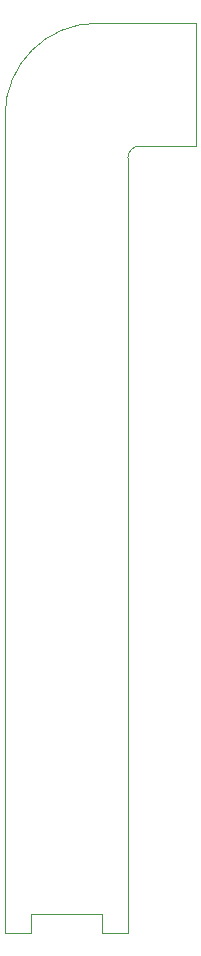
<source format=gm1>
%TF.GenerationSoftware,KiCad,Pcbnew,9.0.3*%
%TF.CreationDate,2025-08-12T18:06:53+03:00*%
%TF.ProjectId,USBC_extender,55534243-5f65-4787-9465-6e6465722e6b,rev?*%
%TF.SameCoordinates,Original*%
%TF.FileFunction,Profile,NP*%
%FSLAX46Y46*%
G04 Gerber Fmt 4.6, Leading zero omitted, Abs format (unit mm)*
G04 Created by KiCad (PCBNEW 9.0.3) date 2025-08-12 18:06:53*
%MOMM*%
%LPD*%
G01*
G04 APERTURE LIST*
%TA.AperFunction,Profile*%
%ADD10C,0.050000*%
%TD*%
%TA.AperFunction,Profile*%
%ADD11C,0.010000*%
%TD*%
G04 APERTURE END LIST*
D10*
X82070000Y-74800000D02*
X82070000Y-85200000D01*
X65910000Y-93870000D02*
X65910000Y-151830000D01*
X82070000Y-74800000D02*
X73710000Y-74800000D01*
X76310000Y-86200000D02*
G75*
G02*
X77310000Y-85200000I1000000J0D01*
G01*
X77310000Y-85200000D02*
X82070000Y-85200000D01*
X65910000Y-82600000D02*
G75*
G02*
X73710000Y-74800000I7800000J0D01*
G01*
X76310000Y-151830000D02*
X76310000Y-86200000D01*
X65910000Y-82600000D02*
X65910000Y-93870000D01*
D11*
%TO.C,P1*%
X65910000Y-151830000D02*
X68110000Y-151830000D01*
X68110000Y-150200000D02*
X68110000Y-151830000D01*
X68110000Y-150200000D02*
X74110000Y-150200000D01*
X74110000Y-150200000D02*
X74110000Y-151830000D01*
X74110000Y-151830000D02*
X76310000Y-151830000D01*
%TD*%
M02*

</source>
